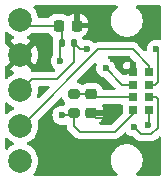
<source format=gbr>
%TF.GenerationSoftware,KiCad,Pcbnew,8.0.6*%
%TF.CreationDate,2024-12-03T19:32:54-08:00*%
%TF.ProjectId,VCNL4040Breakout,56434e4c-3430-4343-9042-7265616b6f75,rev?*%
%TF.SameCoordinates,Original*%
%TF.FileFunction,Copper,L1,Top*%
%TF.FilePolarity,Positive*%
%FSLAX46Y46*%
G04 Gerber Fmt 4.6, Leading zero omitted, Abs format (unit mm)*
G04 Created by KiCad (PCBNEW 8.0.6) date 2024-12-03 19:32:54*
%MOMM*%
%LPD*%
G01*
G04 APERTURE LIST*
G04 Aperture macros list*
%AMRoundRect*
0 Rectangle with rounded corners*
0 $1 Rounding radius*
0 $2 $3 $4 $5 $6 $7 $8 $9 X,Y pos of 4 corners*
0 Add a 4 corners polygon primitive as box body*
4,1,4,$2,$3,$4,$5,$6,$7,$8,$9,$2,$3,0*
0 Add four circle primitives for the rounded corners*
1,1,$1+$1,$2,$3*
1,1,$1+$1,$4,$5*
1,1,$1+$1,$6,$7*
1,1,$1+$1,$8,$9*
0 Add four rect primitives between the rounded corners*
20,1,$1+$1,$2,$3,$4,$5,0*
20,1,$1+$1,$4,$5,$6,$7,0*
20,1,$1+$1,$6,$7,$8,$9,0*
20,1,$1+$1,$8,$9,$2,$3,0*%
G04 Aperture macros list end*
%TA.AperFunction,SMDPad,CuDef*%
%ADD10RoundRect,0.200000X-0.275000X0.200000X-0.275000X-0.200000X0.275000X-0.200000X0.275000X0.200000X0*%
%TD*%
%TA.AperFunction,SMDPad,CuDef*%
%ADD11R,0.700000X0.725000*%
%TD*%
%TA.AperFunction,ComponentPad*%
%ADD12C,2.000000*%
%TD*%
%TA.AperFunction,SMDPad,CuDef*%
%ADD13RoundRect,0.225000X-0.250000X0.225000X-0.250000X-0.225000X0.250000X-0.225000X0.250000X0.225000X0*%
%TD*%
%TA.AperFunction,SMDPad,CuDef*%
%ADD14RoundRect,0.225000X-0.225000X-0.250000X0.225000X-0.250000X0.225000X0.250000X-0.225000X0.250000X0*%
%TD*%
%TA.AperFunction,SMDPad,CuDef*%
%ADD15RoundRect,0.135000X-0.135000X-0.185000X0.135000X-0.185000X0.135000X0.185000X-0.135000X0.185000X0*%
%TD*%
%TA.AperFunction,ViaPad*%
%ADD16C,0.600000*%
%TD*%
%TA.AperFunction,Conductor*%
%ADD17C,0.200000*%
%TD*%
G04 APERTURE END LIST*
D10*
%TO.P,R2,1*%
%TO.N,Net-(IC1-VDD)*%
X126500000Y-97775000D03*
%TO.P,R2,2*%
%TO.N,Net-(IC1-A)*%
X126500000Y-99425000D03*
%TD*%
D11*
%TO.P,IC1,1,GND*%
%TO.N,GND*%
X131500000Y-95926000D03*
%TO.P,IC1,2,K(SENSOR)*%
%TO.N,Net-(IC1-K(LED))*%
X131500000Y-97001000D03*
%TO.P,IC1,3,VDD*%
%TO.N,Net-(IC1-VDD)*%
X131500000Y-98076000D03*
%TO.P,IC1,4,A*%
%TO.N,Net-(IC1-A)*%
X131500000Y-99151000D03*
%TO.P,IC1,5,K(LED)*%
%TO.N,Net-(IC1-K(LED))*%
X132900000Y-99151000D03*
%TO.P,IC1,6,INT*%
%TO.N,Net-(IC1-INT)*%
X132900000Y-98076000D03*
%TO.P,IC1,7,SDAT*%
%TO.N,Net-(IC1-SDAT)*%
X132900000Y-97001000D03*
%TO.P,IC1,8,SCLK*%
%TO.N,Net-(IC1-SCLK)*%
X132900000Y-95926000D03*
%TD*%
D12*
%TO.P,SCL,1,1*%
%TO.N,Net-(IC1-SCLK)*%
X122000000Y-100500000D03*
%TD*%
%TO.P,SDA,1,1*%
%TO.N,Net-(IC1-SDAT)*%
X122000000Y-103500000D03*
%TD*%
%TO.P,3V3,1,1*%
%TO.N,Net-(IC1-A)*%
X122000000Y-91500000D03*
%TD*%
D13*
%TO.P,C1,1*%
%TO.N,Net-(IC1-VDD)*%
X128000000Y-97825000D03*
%TO.P,C1,2*%
%TO.N,GND*%
X128000000Y-99375000D03*
%TD*%
D14*
%TO.P,C2,1*%
%TO.N,Net-(IC1-A)*%
X125225000Y-92000000D03*
%TO.P,C2,2*%
%TO.N,GND*%
X126775000Y-92000000D03*
%TD*%
D12*
%TO.P,GND,1,1*%
%TO.N,GND*%
X122000000Y-94500000D03*
%TD*%
%TO.P,INT,1,1*%
%TO.N,Net-(IC1-INT)*%
X122000000Y-97500000D03*
%TD*%
D15*
%TO.P,R1,1*%
%TO.N,Net-(IC1-A)*%
X125490000Y-93500000D03*
%TO.P,R1,2*%
%TO.N,Net-(IC1-INT)*%
X126510000Y-93500000D03*
%TD*%
D16*
%TO.N,Net-(IC1-A)*%
X125375735Y-95000000D03*
X125500000Y-99600000D03*
%TO.N,Net-(IC1-K(LED))*%
X129200000Y-95600000D03*
X132800000Y-100400000D03*
%TO.N,Net-(IC1-SDAT)*%
X133500000Y-94000000D03*
%TO.N,Net-(IC1-INT)*%
X131600000Y-100600000D03*
X127600000Y-94000000D03*
%TO.N,GND*%
X129400000Y-99800000D03*
X128500000Y-92000000D03*
X129800000Y-94800000D03*
%TD*%
D17*
%TO.N,Net-(IC1-A)*%
X131500000Y-99500000D02*
X131500000Y-99151000D01*
X125225000Y-92000000D02*
X125490000Y-92265000D01*
X126500000Y-100500000D02*
X127000000Y-101000000D01*
X125490000Y-92265000D02*
X125490000Y-93500000D01*
X125375735Y-93614265D02*
X125490000Y-93500000D01*
X122000000Y-91500000D02*
X122500000Y-92000000D01*
X126500000Y-99425000D02*
X126500000Y-100500000D01*
X130000000Y-101000000D02*
X131500000Y-99500000D01*
X126325000Y-99600000D02*
X126500000Y-99425000D01*
X122500000Y-92000000D02*
X125225000Y-92000000D01*
X125500000Y-99600000D02*
X126325000Y-99600000D01*
X125375735Y-95000000D02*
X125375735Y-93614265D01*
X127000000Y-101000000D02*
X130000000Y-101000000D01*
%TO.N,Net-(IC1-VDD)*%
X126550000Y-97825000D02*
X126500000Y-97775000D01*
X131500000Y-98076000D02*
X128251000Y-98076000D01*
X128251000Y-98076000D02*
X128000000Y-97825000D01*
X128000000Y-97825000D02*
X126550000Y-97825000D01*
%TO.N,Net-(IC1-K(LED))*%
X130601000Y-97001000D02*
X131500000Y-97001000D01*
X132900000Y-100300000D02*
X132900000Y-99151000D01*
X132800000Y-100400000D02*
X132900000Y-100300000D01*
X129200000Y-95600000D02*
X130601000Y-97001000D01*
%TO.N,Net-(IC1-SDAT)*%
X133600000Y-96800000D02*
X133399000Y-97001000D01*
X133399000Y-97001000D02*
X132900000Y-97001000D01*
X133600000Y-94100000D02*
X133600000Y-96800000D01*
X133500000Y-94000000D02*
X133600000Y-94100000D01*
%TO.N,Net-(IC1-SCLK)*%
X131500000Y-94000000D02*
X128600000Y-94000000D01*
X122100000Y-100500000D02*
X122000000Y-100500000D01*
X128600000Y-94000000D02*
X122100000Y-100500000D01*
X132900000Y-95926000D02*
X132900000Y-95400000D01*
X132900000Y-95400000D02*
X131500000Y-94000000D01*
%TO.N,Net-(IC1-INT)*%
X132200000Y-101200000D02*
X133048529Y-101200000D01*
X126510000Y-95090000D02*
X126510000Y-93500000D01*
X133450000Y-98076000D02*
X132900000Y-98076000D01*
X122000000Y-97500000D02*
X123000000Y-96500000D01*
X133600000Y-100648529D02*
X133600000Y-98226000D01*
X127600000Y-94000000D02*
X127010000Y-94000000D01*
X133600000Y-98226000D02*
X133450000Y-98076000D01*
X127010000Y-94000000D02*
X126510000Y-93500000D01*
X133048529Y-101200000D02*
X133600000Y-100648529D01*
X125100000Y-96500000D02*
X126510000Y-95090000D01*
X131600000Y-100600000D02*
X132200000Y-101200000D01*
X123000000Y-96500000D02*
X125100000Y-96500000D01*
%TO.N,GND*%
X129400000Y-99800000D02*
X128425000Y-99800000D01*
X129800000Y-94800000D02*
X130926000Y-95926000D01*
X126775000Y-92000000D02*
X128500000Y-92000000D01*
X128425000Y-99800000D02*
X128000000Y-99375000D01*
X130926000Y-95926000D02*
X131500000Y-95926000D01*
%TD*%
%TA.AperFunction,Conductor*%
%TO.N,GND*%
G36*
X130592539Y-98696185D02*
G01*
X130638294Y-98748989D01*
X130649500Y-98800500D01*
X130649500Y-99449902D01*
X130629815Y-99516941D01*
X130613181Y-99537583D01*
X129787584Y-100363181D01*
X129726261Y-100396666D01*
X129699903Y-100399500D01*
X128772063Y-100399500D01*
X128705024Y-100379815D01*
X128659269Y-100327011D01*
X128649325Y-100257853D01*
X128678350Y-100194297D01*
X128697692Y-100177847D01*
X128697065Y-100177054D01*
X128702732Y-100172572D01*
X128822572Y-100052732D01*
X128822575Y-100052728D01*
X128911542Y-99908492D01*
X128911547Y-99908481D01*
X128964855Y-99747606D01*
X128974999Y-99648322D01*
X128975000Y-99648309D01*
X128975000Y-99625000D01*
X127874000Y-99625000D01*
X127806961Y-99605315D01*
X127761206Y-99552511D01*
X127750000Y-99501000D01*
X127750000Y-99249000D01*
X127769685Y-99181961D01*
X127822489Y-99136206D01*
X127874000Y-99125000D01*
X128974999Y-99125000D01*
X128974999Y-99101692D01*
X128974998Y-99101677D01*
X128964855Y-99002392D01*
X128910880Y-98839504D01*
X128908478Y-98769675D01*
X128944210Y-98709634D01*
X129006730Y-98678441D01*
X129028586Y-98676500D01*
X130525500Y-98676500D01*
X130592539Y-98696185D01*
G37*
%TD.AperFunction*%
%TA.AperFunction,Conductor*%
G36*
X121534075Y-94692993D02*
G01*
X121599901Y-94807007D01*
X121692993Y-94900099D01*
X121807007Y-94965925D01*
X121870590Y-94982962D01*
X121129942Y-95723609D01*
X121176768Y-95760055D01*
X121176770Y-95760056D01*
X121395385Y-95878364D01*
X121395396Y-95878369D01*
X121407294Y-95882454D01*
X121464309Y-95922839D01*
X121490440Y-95987639D01*
X121477389Y-96056279D01*
X121429300Y-96106967D01*
X121407296Y-96117016D01*
X121395191Y-96121171D01*
X121395188Y-96121172D01*
X121176493Y-96239524D01*
X120980255Y-96392262D01*
X120980252Y-96392265D01*
X120915729Y-96462356D01*
X120855842Y-96498347D01*
X120786004Y-96496246D01*
X120728388Y-96456722D01*
X120701287Y-96392322D01*
X120700500Y-96378373D01*
X120700500Y-95497308D01*
X120720185Y-95430269D01*
X120736819Y-95409627D01*
X121517037Y-94629409D01*
X121534075Y-94692993D01*
G37*
%TD.AperFunction*%
%TA.AperFunction,Conductor*%
G36*
X131266942Y-94620185D02*
G01*
X131287584Y-94636819D01*
X131713681Y-95062916D01*
X131747166Y-95124239D01*
X131750000Y-95150597D01*
X131750000Y-96014000D01*
X131730315Y-96081039D01*
X131677511Y-96126794D01*
X131626000Y-96138000D01*
X131102129Y-96138000D01*
X131102123Y-96138001D01*
X131042516Y-96144408D01*
X130978778Y-96168182D01*
X130935445Y-96176000D01*
X130676597Y-96176000D01*
X130609558Y-96156315D01*
X130588916Y-96139681D01*
X130030700Y-95581465D01*
X129997215Y-95520142D01*
X129996476Y-95515655D01*
X130650000Y-95515655D01*
X130650000Y-95676000D01*
X131250000Y-95676000D01*
X131250000Y-95063500D01*
X131102155Y-95063500D01*
X131042627Y-95069901D01*
X131042620Y-95069903D01*
X130907913Y-95120145D01*
X130907906Y-95120149D01*
X130792812Y-95206309D01*
X130792809Y-95206312D01*
X130706649Y-95321406D01*
X130706645Y-95321413D01*
X130656403Y-95456120D01*
X130656401Y-95456127D01*
X130650000Y-95515655D01*
X129996476Y-95515655D01*
X129995163Y-95507686D01*
X129985368Y-95420745D01*
X129925789Y-95250478D01*
X129829816Y-95097738D01*
X129702262Y-94970184D01*
X129695484Y-94965925D01*
X129549521Y-94874210D01*
X129456160Y-94841542D01*
X129399383Y-94800820D01*
X129373636Y-94735867D01*
X129387092Y-94667306D01*
X129435479Y-94616903D01*
X129497114Y-94600500D01*
X131199903Y-94600500D01*
X131266942Y-94620185D01*
G37*
%TD.AperFunction*%
%TA.AperFunction,Conductor*%
G36*
X124361614Y-92620185D02*
G01*
X124400113Y-92659402D01*
X124427031Y-92703043D01*
X124546955Y-92822967D01*
X124546959Y-92822970D01*
X124691294Y-92911998D01*
X124691297Y-92911999D01*
X124691303Y-92912003D01*
X124691308Y-92912004D01*
X124697846Y-92915053D01*
X124696704Y-92917501D01*
X124743870Y-92950135D01*
X124770715Y-93014642D01*
X124766524Y-93062694D01*
X124722334Y-93214797D01*
X124719500Y-93250811D01*
X124719500Y-93749169D01*
X124719501Y-93749191D01*
X124722334Y-93785200D01*
X124769308Y-93946885D01*
X124767684Y-93947356D01*
X124775235Y-93983799D01*
X124775235Y-94417587D01*
X124755550Y-94484626D01*
X124748185Y-94494896D01*
X124745921Y-94497734D01*
X124649946Y-94650476D01*
X124590366Y-94820745D01*
X124590365Y-94820750D01*
X124570170Y-94999996D01*
X124570170Y-95000003D01*
X124590365Y-95179249D01*
X124590366Y-95179254D01*
X124649946Y-95349523D01*
X124716861Y-95456017D01*
X124745919Y-95502262D01*
X124873473Y-95629816D01*
X124893795Y-95642585D01*
X124940086Y-95694920D01*
X124950734Y-95763974D01*
X124922359Y-95827822D01*
X124915510Y-95835254D01*
X124887583Y-95863181D01*
X124826263Y-95896666D01*
X124799903Y-95899500D01*
X123086670Y-95899500D01*
X123086654Y-95899499D01*
X123079058Y-95899499D01*
X122991074Y-95899499D01*
X122924035Y-95879814D01*
X122878280Y-95827010D01*
X122867312Y-95767815D01*
X122870056Y-95723609D01*
X122129409Y-94982962D01*
X122192993Y-94965925D01*
X122307007Y-94900099D01*
X122400099Y-94807007D01*
X122465925Y-94692993D01*
X122482962Y-94629410D01*
X123223434Y-95369882D01*
X123323731Y-95216369D01*
X123423587Y-94988717D01*
X123484612Y-94747738D01*
X123484614Y-94747729D01*
X123505141Y-94500005D01*
X123505141Y-94499994D01*
X123484614Y-94252270D01*
X123484612Y-94252261D01*
X123423587Y-94011282D01*
X123323731Y-93783630D01*
X123223434Y-93630116D01*
X122482962Y-94370589D01*
X122465925Y-94307007D01*
X122400099Y-94192993D01*
X122307007Y-94099901D01*
X122192993Y-94034075D01*
X122129410Y-94017037D01*
X122870057Y-93276390D01*
X122870056Y-93276389D01*
X122823229Y-93239943D01*
X122604614Y-93121635D01*
X122604605Y-93121631D01*
X122592701Y-93117544D01*
X122535687Y-93077156D01*
X122509559Y-93012356D01*
X122522612Y-92943716D01*
X122570703Y-92893030D01*
X122592705Y-92882983D01*
X122604810Y-92878828D01*
X122823509Y-92760474D01*
X122995451Y-92626645D01*
X123060445Y-92601004D01*
X123071613Y-92600500D01*
X124294575Y-92600500D01*
X124361614Y-92620185D01*
G37*
%TD.AperFunction*%
%TA.AperFunction,Conductor*%
G36*
X120905703Y-92527913D02*
G01*
X120915721Y-92537634D01*
X120980256Y-92607738D01*
X121176491Y-92760474D01*
X121395190Y-92878828D01*
X121407292Y-92882982D01*
X121464307Y-92923365D01*
X121490439Y-92988164D01*
X121477391Y-93056804D01*
X121429304Y-93107493D01*
X121407300Y-93117543D01*
X121395398Y-93121629D01*
X121395390Y-93121632D01*
X121176761Y-93239949D01*
X121129942Y-93276388D01*
X121129942Y-93276390D01*
X121870590Y-94017037D01*
X121807007Y-94034075D01*
X121692993Y-94099901D01*
X121599901Y-94192993D01*
X121534075Y-94307007D01*
X121517037Y-94370589D01*
X120736819Y-93590371D01*
X120703334Y-93529048D01*
X120700500Y-93502690D01*
X120700500Y-92621626D01*
X120720185Y-92554587D01*
X120772989Y-92508832D01*
X120842147Y-92498888D01*
X120905703Y-92527913D01*
G37*
%TD.AperFunction*%
%TA.AperFunction,Conductor*%
G36*
X130176406Y-90320185D02*
G01*
X130222161Y-90372989D01*
X130232105Y-90442147D01*
X130203080Y-90505703D01*
X130182252Y-90524819D01*
X130120207Y-90569896D01*
X129969890Y-90720213D01*
X129844951Y-90892179D01*
X129748444Y-91081585D01*
X129682753Y-91283760D01*
X129649500Y-91493713D01*
X129649500Y-91706286D01*
X129682753Y-91916239D01*
X129748444Y-92118414D01*
X129844951Y-92307820D01*
X129969890Y-92479786D01*
X130120213Y-92630109D01*
X130292179Y-92755048D01*
X130292181Y-92755049D01*
X130292184Y-92755051D01*
X130481588Y-92851557D01*
X130683757Y-92917246D01*
X130893713Y-92950500D01*
X130893714Y-92950500D01*
X131106286Y-92950500D01*
X131106287Y-92950500D01*
X131316243Y-92917246D01*
X131518412Y-92851557D01*
X131707816Y-92755051D01*
X131779398Y-92703044D01*
X131879786Y-92630109D01*
X131879788Y-92630106D01*
X131879792Y-92630104D01*
X132030104Y-92479792D01*
X132030106Y-92479788D01*
X132030109Y-92479786D01*
X132155048Y-92307820D01*
X132155047Y-92307820D01*
X132155051Y-92307816D01*
X132251557Y-92118412D01*
X132317246Y-91916243D01*
X132350500Y-91706287D01*
X132350500Y-91493713D01*
X132317246Y-91283757D01*
X132251557Y-91081588D01*
X132155051Y-90892184D01*
X132155049Y-90892181D01*
X132155048Y-90892179D01*
X132030109Y-90720213D01*
X131879792Y-90569896D01*
X131817748Y-90524819D01*
X131775082Y-90469489D01*
X131769103Y-90399876D01*
X131801708Y-90338080D01*
X131862547Y-90303723D01*
X131890633Y-90300500D01*
X133775500Y-90300500D01*
X133842539Y-90320185D01*
X133888294Y-90372989D01*
X133899500Y-90424500D01*
X133899500Y-93116936D01*
X133879815Y-93183975D01*
X133827011Y-93229730D01*
X133757853Y-93239674D01*
X133734547Y-93233978D01*
X133679260Y-93214633D01*
X133679249Y-93214630D01*
X133500004Y-93194435D01*
X133499996Y-93194435D01*
X133320750Y-93214630D01*
X133320745Y-93214631D01*
X133150476Y-93274211D01*
X132997737Y-93370184D01*
X132870184Y-93497737D01*
X132774211Y-93650476D01*
X132714631Y-93820745D01*
X132714630Y-93820750D01*
X132694435Y-93999996D01*
X132694435Y-94000003D01*
X132698591Y-94036891D01*
X132686536Y-94105713D01*
X132639187Y-94157092D01*
X132571577Y-94174716D01*
X132505171Y-94152989D01*
X132487690Y-94138455D01*
X131987590Y-93638355D01*
X131987588Y-93638352D01*
X131868717Y-93519481D01*
X131868709Y-93519475D01*
X131766936Y-93460717D01*
X131766934Y-93460716D01*
X131731790Y-93440425D01*
X131731789Y-93440424D01*
X131719263Y-93437067D01*
X131579057Y-93399499D01*
X131420943Y-93399499D01*
X131413347Y-93399499D01*
X131413331Y-93399500D01*
X128520943Y-93399500D01*
X128368213Y-93440423D01*
X128333067Y-93460716D01*
X128333054Y-93460723D01*
X128326526Y-93464491D01*
X128258624Y-93480956D01*
X128192600Y-93458097D01*
X128176857Y-93444779D01*
X128172501Y-93440423D01*
X128102262Y-93370184D01*
X127999500Y-93305614D01*
X127949523Y-93274211D01*
X127779254Y-93214631D01*
X127779249Y-93214630D01*
X127600004Y-93194435D01*
X127599996Y-93194435D01*
X127420750Y-93214630D01*
X127420742Y-93214632D01*
X127414345Y-93216871D01*
X127344566Y-93220432D01*
X127283939Y-93185703D01*
X127254315Y-93134424D01*
X127233336Y-93062214D01*
X127233536Y-92992346D01*
X127271479Y-92933676D01*
X127302607Y-92916038D01*
X127301937Y-92914600D01*
X127308486Y-92911545D01*
X127452728Y-92822575D01*
X127452732Y-92822572D01*
X127572572Y-92702732D01*
X127572575Y-92702728D01*
X127661542Y-92558492D01*
X127661547Y-92558481D01*
X127714855Y-92397606D01*
X127724999Y-92298322D01*
X127725000Y-92298309D01*
X127725000Y-92250000D01*
X126649000Y-92250000D01*
X126581961Y-92230315D01*
X126536206Y-92177511D01*
X126525000Y-92126000D01*
X126525000Y-91750000D01*
X127025000Y-91750000D01*
X127724999Y-91750000D01*
X127724999Y-91701692D01*
X127724998Y-91701677D01*
X127714855Y-91602392D01*
X127661547Y-91441518D01*
X127661542Y-91441507D01*
X127572575Y-91297271D01*
X127572572Y-91297267D01*
X127452732Y-91177427D01*
X127452728Y-91177424D01*
X127308492Y-91088457D01*
X127308481Y-91088452D01*
X127147606Y-91035144D01*
X127048322Y-91025000D01*
X127025000Y-91025000D01*
X127025000Y-91750000D01*
X126525000Y-91750000D01*
X126525000Y-91024999D01*
X126501693Y-91025000D01*
X126501674Y-91025001D01*
X126402392Y-91035144D01*
X126241518Y-91088452D01*
X126241507Y-91088457D01*
X126097271Y-91177424D01*
X126097265Y-91177428D01*
X126088031Y-91186663D01*
X126026707Y-91220146D01*
X125957015Y-91215159D01*
X125912672Y-91186660D01*
X125903044Y-91177032D01*
X125903040Y-91177029D01*
X125758705Y-91088001D01*
X125758699Y-91087998D01*
X125758697Y-91087997D01*
X125739347Y-91081585D01*
X125597709Y-91034651D01*
X125498346Y-91024500D01*
X124951662Y-91024500D01*
X124951644Y-91024501D01*
X124852292Y-91034650D01*
X124852289Y-91034651D01*
X124691305Y-91087996D01*
X124691294Y-91088001D01*
X124546959Y-91177029D01*
X124546955Y-91177032D01*
X124427031Y-91296956D01*
X124400113Y-91340598D01*
X124348165Y-91387322D01*
X124294575Y-91399500D01*
X123611465Y-91399500D01*
X123544426Y-91379815D01*
X123498671Y-91327011D01*
X123487889Y-91285741D01*
X123485108Y-91252179D01*
X123430022Y-91034650D01*
X123424063Y-91011118D01*
X123324173Y-90783393D01*
X123188163Y-90575213D01*
X123126733Y-90508483D01*
X123095810Y-90445829D01*
X123103670Y-90376403D01*
X123147817Y-90322247D01*
X123214234Y-90300556D01*
X123217962Y-90300500D01*
X130109367Y-90300500D01*
X130176406Y-90320185D01*
G37*
%TD.AperFunction*%
%TD*%
%TA.AperFunction,NonConductor*%
G36*
X128369335Y-95182413D02*
G01*
X128425268Y-95224285D01*
X128449685Y-95289749D01*
X128443043Y-95339549D01*
X128414632Y-95420742D01*
X128414630Y-95420750D01*
X128394435Y-95599996D01*
X128394435Y-95600003D01*
X128414630Y-95779249D01*
X128414631Y-95779254D01*
X128474211Y-95949523D01*
X128541291Y-96056279D01*
X128570184Y-96102262D01*
X128697738Y-96229816D01*
X128850478Y-96325789D01*
X129020745Y-96385368D01*
X129107669Y-96395161D01*
X129172080Y-96422226D01*
X129181465Y-96430700D01*
X130014584Y-97263819D01*
X130048069Y-97325142D01*
X130043085Y-97394834D01*
X130001213Y-97450767D01*
X129935749Y-97475184D01*
X129926903Y-97475500D01*
X129062581Y-97475500D01*
X128995542Y-97455815D01*
X128949787Y-97403011D01*
X128944875Y-97390504D01*
X128918921Y-97312181D01*
X128912003Y-97291303D01*
X128911999Y-97291297D01*
X128911998Y-97291294D01*
X128822970Y-97146959D01*
X128822967Y-97146955D01*
X128703044Y-97027032D01*
X128703040Y-97027029D01*
X128558705Y-96938001D01*
X128558699Y-96937998D01*
X128558697Y-96937997D01*
X128539157Y-96931522D01*
X128397709Y-96884651D01*
X128298346Y-96874500D01*
X127701662Y-96874500D01*
X127701644Y-96874501D01*
X127602292Y-96884650D01*
X127602289Y-96884651D01*
X127441305Y-96937996D01*
X127441300Y-96937998D01*
X127324597Y-97009982D01*
X127257204Y-97028422D01*
X127195350Y-97010560D01*
X127064606Y-96931522D01*
X126902196Y-96880914D01*
X126885500Y-96879396D01*
X126859802Y-96877061D01*
X126794819Y-96851389D01*
X126754032Y-96794660D01*
X126750389Y-96724885D01*
X126783343Y-96665891D01*
X128238322Y-95210912D01*
X128299643Y-95177429D01*
X128369335Y-95182413D01*
G37*
%TD.AperFunction*%
%TA.AperFunction,NonConductor*%
G36*
X124417942Y-97120185D02*
G01*
X124463697Y-97172989D01*
X124473641Y-97242147D01*
X124444616Y-97305703D01*
X124438584Y-97312181D01*
X123626009Y-98124755D01*
X123564686Y-98158240D01*
X123494994Y-98153256D01*
X123439061Y-98111384D01*
X123414644Y-98045920D01*
X123423588Y-97994137D01*
X123422399Y-97993729D01*
X123424062Y-97988885D01*
X123485107Y-97747824D01*
X123485108Y-97747821D01*
X123485109Y-97747812D01*
X123505643Y-97500005D01*
X123505643Y-97499994D01*
X123485109Y-97252187D01*
X123484263Y-97247115D01*
X123486117Y-97246805D01*
X123488426Y-97185137D01*
X123528374Y-97127814D01*
X123592971Y-97101188D01*
X123606013Y-97100500D01*
X124350903Y-97100500D01*
X124417942Y-97120185D01*
G37*
%TD.AperFunction*%
%TA.AperFunction,NonConductor*%
G36*
X120905703Y-98527913D02*
G01*
X120915721Y-98537634D01*
X120980256Y-98607738D01*
X121176491Y-98760474D01*
X121176493Y-98760475D01*
X121386658Y-98874211D01*
X121395190Y-98878828D01*
X121405682Y-98882430D01*
X121406524Y-98882719D01*
X121463539Y-98923106D01*
X121489668Y-98987906D01*
X121476615Y-99056546D01*
X121428526Y-99107233D01*
X121406524Y-99117281D01*
X121395191Y-99121171D01*
X121395188Y-99121172D01*
X121176493Y-99239524D01*
X120980255Y-99392262D01*
X120980252Y-99392265D01*
X120915729Y-99462356D01*
X120855842Y-99498347D01*
X120786004Y-99496246D01*
X120728388Y-99456722D01*
X120701287Y-99392322D01*
X120700500Y-99378373D01*
X120700500Y-98621626D01*
X120720185Y-98554587D01*
X120772989Y-98508832D01*
X120842147Y-98498888D01*
X120905703Y-98527913D01*
G37*
%TD.AperFunction*%
%TA.AperFunction,NonConductor*%
G36*
X120905703Y-101527913D02*
G01*
X120915721Y-101537634D01*
X120980256Y-101607738D01*
X121176491Y-101760474D01*
X121395190Y-101878828D01*
X121405682Y-101882430D01*
X121406524Y-101882719D01*
X121463539Y-101923106D01*
X121489668Y-101987906D01*
X121476615Y-102056546D01*
X121428526Y-102107233D01*
X121406524Y-102117281D01*
X121395191Y-102121171D01*
X121395188Y-102121172D01*
X121176493Y-102239524D01*
X120980255Y-102392262D01*
X120980252Y-102392265D01*
X120915729Y-102462356D01*
X120855842Y-102498347D01*
X120786004Y-102496246D01*
X120728388Y-102456722D01*
X120701287Y-102392322D01*
X120700500Y-102378373D01*
X120700500Y-101621626D01*
X120720185Y-101554587D01*
X120772989Y-101508832D01*
X120842147Y-101498888D01*
X120905703Y-101527913D01*
G37*
%TD.AperFunction*%
%TA.AperFunction,NonConductor*%
G36*
X125473201Y-98078547D02*
G01*
X125529134Y-98120419D01*
X125548253Y-98157839D01*
X125581522Y-98264606D01*
X125669530Y-98410188D01*
X125771661Y-98512319D01*
X125805146Y-98573642D01*
X125800162Y-98643334D01*
X125771661Y-98687682D01*
X125690433Y-98768909D01*
X125629109Y-98802393D01*
X125588869Y-98804447D01*
X125500003Y-98794435D01*
X125499996Y-98794435D01*
X125320750Y-98814630D01*
X125320745Y-98814631D01*
X125150476Y-98874211D01*
X124997737Y-98970184D01*
X124870184Y-99097737D01*
X124774211Y-99250476D01*
X124714631Y-99420745D01*
X124714630Y-99420750D01*
X124694435Y-99599996D01*
X124694435Y-99600003D01*
X124714630Y-99779249D01*
X124714631Y-99779254D01*
X124774211Y-99949523D01*
X124839062Y-100052732D01*
X124870184Y-100102262D01*
X124997738Y-100229816D01*
X125150478Y-100325789D01*
X125320742Y-100385367D01*
X125320745Y-100385368D01*
X125320750Y-100385369D01*
X125499996Y-100405565D01*
X125500000Y-100405565D01*
X125500004Y-100405565D01*
X125679249Y-100385369D01*
X125679252Y-100385368D01*
X125679255Y-100385368D01*
X125679256Y-100385367D01*
X125679259Y-100385367D01*
X125734543Y-100366022D01*
X125804322Y-100362459D01*
X125864950Y-100397188D01*
X125897177Y-100459181D01*
X125899499Y-100483063D01*
X125899499Y-100579054D01*
X125899498Y-100579054D01*
X125940424Y-100731789D01*
X125940425Y-100731790D01*
X125967829Y-100779254D01*
X125967830Y-100779256D01*
X126019475Y-100868709D01*
X126019479Y-100868714D01*
X126019480Y-100868716D01*
X126131284Y-100980520D01*
X126131285Y-100980521D01*
X126631284Y-101480520D01*
X126631286Y-101480521D01*
X126631290Y-101480524D01*
X126730225Y-101537643D01*
X126768216Y-101559577D01*
X126920943Y-101600501D01*
X126920945Y-101600501D01*
X127086654Y-101600501D01*
X127086670Y-101600500D01*
X129913331Y-101600500D01*
X129913347Y-101600501D01*
X129920943Y-101600501D01*
X130079054Y-101600501D01*
X130079057Y-101600501D01*
X130231785Y-101559577D01*
X130281904Y-101530639D01*
X130368716Y-101480520D01*
X130480520Y-101368716D01*
X130480520Y-101368714D01*
X130490728Y-101358507D01*
X130490730Y-101358504D01*
X130774104Y-101075129D01*
X130835425Y-101041646D01*
X130905117Y-101046630D01*
X130961050Y-101088502D01*
X130966774Y-101096836D01*
X130970184Y-101102262D01*
X131097738Y-101229816D01*
X131250478Y-101325789D01*
X131420745Y-101385368D01*
X131507669Y-101395161D01*
X131572080Y-101422226D01*
X131581465Y-101430700D01*
X131715139Y-101564374D01*
X131715149Y-101564385D01*
X131719479Y-101568715D01*
X131719480Y-101568716D01*
X131831284Y-101680520D01*
X131918095Y-101730639D01*
X131918097Y-101730641D01*
X131956151Y-101752611D01*
X131968215Y-101759577D01*
X132120943Y-101800500D01*
X132279057Y-101800500D01*
X132961860Y-101800500D01*
X132961876Y-101800501D01*
X132969472Y-101800501D01*
X133127583Y-101800501D01*
X133127586Y-101800501D01*
X133280314Y-101759577D01*
X133330433Y-101730639D01*
X133417245Y-101680520D01*
X133529049Y-101568716D01*
X133529050Y-101568714D01*
X133687821Y-101409942D01*
X133749142Y-101376460D01*
X133818834Y-101381444D01*
X133874767Y-101423316D01*
X133899184Y-101488780D01*
X133899500Y-101497626D01*
X133899500Y-104575500D01*
X133879815Y-104642539D01*
X133827011Y-104688294D01*
X133775500Y-104699500D01*
X131890633Y-104699500D01*
X131823594Y-104679815D01*
X131777839Y-104627011D01*
X131767895Y-104557853D01*
X131796920Y-104494297D01*
X131817748Y-104475181D01*
X131879792Y-104430104D01*
X132030104Y-104279792D01*
X132030106Y-104279788D01*
X132030109Y-104279786D01*
X132155048Y-104107820D01*
X132155047Y-104107820D01*
X132155051Y-104107816D01*
X132251557Y-103918412D01*
X132317246Y-103716243D01*
X132350500Y-103506287D01*
X132350500Y-103293713D01*
X132317246Y-103083757D01*
X132251557Y-102881588D01*
X132155051Y-102692184D01*
X132155049Y-102692181D01*
X132155048Y-102692179D01*
X132030109Y-102520213D01*
X131879786Y-102369890D01*
X131707820Y-102244951D01*
X131518414Y-102148444D01*
X131518413Y-102148443D01*
X131518412Y-102148443D01*
X131316243Y-102082754D01*
X131316241Y-102082753D01*
X131316240Y-102082753D01*
X131150773Y-102056546D01*
X131106287Y-102049500D01*
X130893713Y-102049500D01*
X130849227Y-102056546D01*
X130683760Y-102082753D01*
X130481585Y-102148444D01*
X130292179Y-102244951D01*
X130120213Y-102369890D01*
X129969890Y-102520213D01*
X129844951Y-102692179D01*
X129748444Y-102881585D01*
X129682753Y-103083760D01*
X129656079Y-103252175D01*
X129649500Y-103293713D01*
X129649500Y-103506287D01*
X129682754Y-103716243D01*
X129693015Y-103747824D01*
X129748444Y-103918414D01*
X129844951Y-104107820D01*
X129969890Y-104279786D01*
X130120207Y-104430103D01*
X130182252Y-104475181D01*
X130224918Y-104530511D01*
X130230897Y-104600124D01*
X130198292Y-104661920D01*
X130137453Y-104696277D01*
X130109367Y-104699500D01*
X123217962Y-104699500D01*
X123150923Y-104679815D01*
X123105168Y-104627011D01*
X123095224Y-104557853D01*
X123124249Y-104494297D01*
X123126733Y-104491517D01*
X123160463Y-104454876D01*
X123188164Y-104424785D01*
X123324173Y-104216607D01*
X123424063Y-103988881D01*
X123485108Y-103747821D01*
X123505122Y-103506287D01*
X123505643Y-103500005D01*
X123505643Y-103499994D01*
X123485109Y-103252187D01*
X123485107Y-103252175D01*
X123424063Y-103011118D01*
X123324173Y-102783393D01*
X123188166Y-102575217D01*
X123137531Y-102520213D01*
X123019744Y-102392262D01*
X122823509Y-102239526D01*
X122823507Y-102239525D01*
X122823506Y-102239524D01*
X122604811Y-102121172D01*
X122604802Y-102121169D01*
X122593477Y-102117281D01*
X122536462Y-102076896D01*
X122510331Y-102012096D01*
X122523382Y-101943456D01*
X122571471Y-101892768D01*
X122593477Y-101882719D01*
X122597235Y-101881428D01*
X122604810Y-101878828D01*
X122823509Y-101760474D01*
X123019744Y-101607738D01*
X123188164Y-101424785D01*
X123324173Y-101216607D01*
X123424063Y-100988881D01*
X123485108Y-100747821D01*
X123485109Y-100747812D01*
X123505643Y-100500005D01*
X123505643Y-100499994D01*
X123485109Y-100252187D01*
X123485108Y-100252184D01*
X123485108Y-100252179D01*
X123444198Y-100090631D01*
X123446823Y-100020811D01*
X123476721Y-99972512D01*
X125342188Y-98107046D01*
X125403509Y-98073563D01*
X125473201Y-98078547D01*
G37*
%TD.AperFunction*%
M02*

</source>
